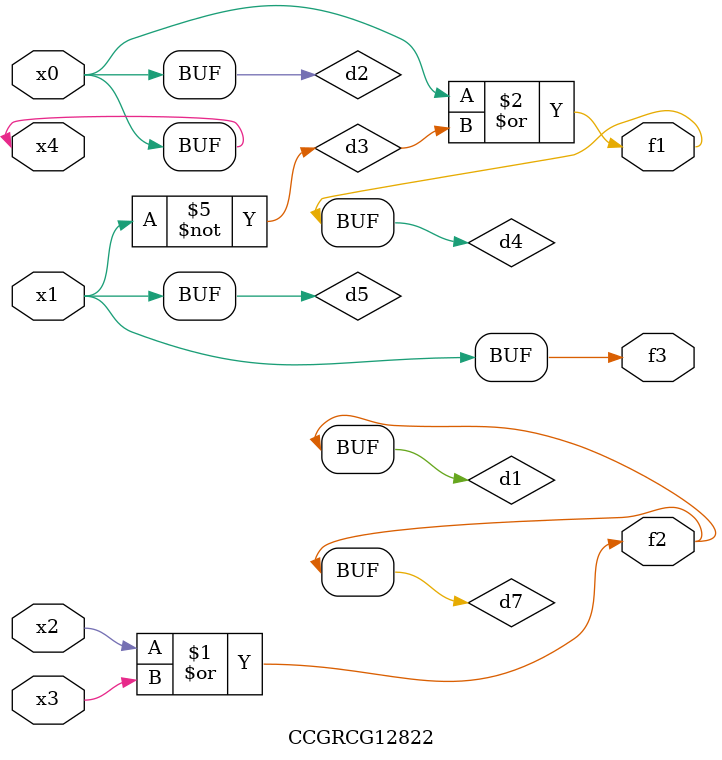
<source format=v>
module CCGRCG12822(
	input x0, x1, x2, x3, x4,
	output f1, f2, f3
);

	wire d1, d2, d3, d4, d5, d6, d7;

	or (d1, x2, x3);
	buf (d2, x0, x4);
	not (d3, x1);
	or (d4, d2, d3);
	not (d5, d3);
	nand (d6, d1, d3);
	or (d7, d1);
	assign f1 = d4;
	assign f2 = d7;
	assign f3 = d5;
endmodule

</source>
